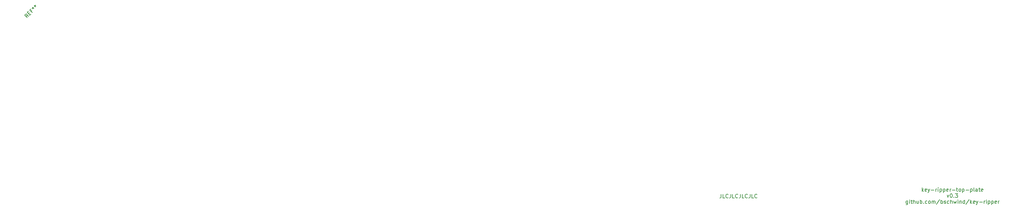
<source format=gto>
G04 #@! TF.GenerationSoftware,KiCad,Pcbnew,(7.0.0-0)*
G04 #@! TF.CreationDate,2023-04-23T21:56:02+09:00*
G04 #@! TF.ProjectId,top-plate,746f702d-706c-4617-9465-2e6b69636164,rev?*
G04 #@! TF.SameCoordinates,Original*
G04 #@! TF.FileFunction,Legend,Top*
G04 #@! TF.FilePolarity,Positive*
%FSLAX46Y46*%
G04 Gerber Fmt 4.6, Leading zero omitted, Abs format (unit mm)*
G04 Created by KiCad (PCBNEW (7.0.0-0)) date 2023-04-23 21:56:02*
%MOMM*%
%LPD*%
G01*
G04 APERTURE LIST*
%ADD10C,0.150000*%
%ADD11C,2.200000*%
G04 APERTURE END LIST*
D10*
X177704761Y-113847380D02*
X177704761Y-112847380D01*
X177799999Y-113466428D02*
X178085713Y-113847380D01*
X178085713Y-113180714D02*
X177704761Y-113561666D01*
X178895237Y-113799761D02*
X178799999Y-113847380D01*
X178799999Y-113847380D02*
X178609523Y-113847380D01*
X178609523Y-113847380D02*
X178514285Y-113799761D01*
X178514285Y-113799761D02*
X178466666Y-113704523D01*
X178466666Y-113704523D02*
X178466666Y-113323571D01*
X178466666Y-113323571D02*
X178514285Y-113228333D01*
X178514285Y-113228333D02*
X178609523Y-113180714D01*
X178609523Y-113180714D02*
X178799999Y-113180714D01*
X178799999Y-113180714D02*
X178895237Y-113228333D01*
X178895237Y-113228333D02*
X178942856Y-113323571D01*
X178942856Y-113323571D02*
X178942856Y-113418809D01*
X178942856Y-113418809D02*
X178466666Y-113514047D01*
X179276190Y-113180714D02*
X179514285Y-113847380D01*
X179752380Y-113180714D02*
X179514285Y-113847380D01*
X179514285Y-113847380D02*
X179419047Y-114085476D01*
X179419047Y-114085476D02*
X179371428Y-114133095D01*
X179371428Y-114133095D02*
X179276190Y-114180714D01*
X180133333Y-113466428D02*
X180895238Y-113466428D01*
X181371428Y-113847380D02*
X181371428Y-113180714D01*
X181371428Y-113371190D02*
X181419047Y-113275952D01*
X181419047Y-113275952D02*
X181466666Y-113228333D01*
X181466666Y-113228333D02*
X181561904Y-113180714D01*
X181561904Y-113180714D02*
X181657142Y-113180714D01*
X181990476Y-113847380D02*
X181990476Y-113180714D01*
X181990476Y-112847380D02*
X181942857Y-112895000D01*
X181942857Y-112895000D02*
X181990476Y-112942619D01*
X181990476Y-112942619D02*
X182038095Y-112895000D01*
X182038095Y-112895000D02*
X181990476Y-112847380D01*
X181990476Y-112847380D02*
X181990476Y-112942619D01*
X182466666Y-113180714D02*
X182466666Y-114180714D01*
X182466666Y-113228333D02*
X182561904Y-113180714D01*
X182561904Y-113180714D02*
X182752380Y-113180714D01*
X182752380Y-113180714D02*
X182847618Y-113228333D01*
X182847618Y-113228333D02*
X182895237Y-113275952D01*
X182895237Y-113275952D02*
X182942856Y-113371190D01*
X182942856Y-113371190D02*
X182942856Y-113656904D01*
X182942856Y-113656904D02*
X182895237Y-113752142D01*
X182895237Y-113752142D02*
X182847618Y-113799761D01*
X182847618Y-113799761D02*
X182752380Y-113847380D01*
X182752380Y-113847380D02*
X182561904Y-113847380D01*
X182561904Y-113847380D02*
X182466666Y-113799761D01*
X183371428Y-113180714D02*
X183371428Y-114180714D01*
X183371428Y-113228333D02*
X183466666Y-113180714D01*
X183466666Y-113180714D02*
X183657142Y-113180714D01*
X183657142Y-113180714D02*
X183752380Y-113228333D01*
X183752380Y-113228333D02*
X183799999Y-113275952D01*
X183799999Y-113275952D02*
X183847618Y-113371190D01*
X183847618Y-113371190D02*
X183847618Y-113656904D01*
X183847618Y-113656904D02*
X183799999Y-113752142D01*
X183799999Y-113752142D02*
X183752380Y-113799761D01*
X183752380Y-113799761D02*
X183657142Y-113847380D01*
X183657142Y-113847380D02*
X183466666Y-113847380D01*
X183466666Y-113847380D02*
X183371428Y-113799761D01*
X184657142Y-113799761D02*
X184561904Y-113847380D01*
X184561904Y-113847380D02*
X184371428Y-113847380D01*
X184371428Y-113847380D02*
X184276190Y-113799761D01*
X184276190Y-113799761D02*
X184228571Y-113704523D01*
X184228571Y-113704523D02*
X184228571Y-113323571D01*
X184228571Y-113323571D02*
X184276190Y-113228333D01*
X184276190Y-113228333D02*
X184371428Y-113180714D01*
X184371428Y-113180714D02*
X184561904Y-113180714D01*
X184561904Y-113180714D02*
X184657142Y-113228333D01*
X184657142Y-113228333D02*
X184704761Y-113323571D01*
X184704761Y-113323571D02*
X184704761Y-113418809D01*
X184704761Y-113418809D02*
X184228571Y-113514047D01*
X185133333Y-113847380D02*
X185133333Y-113180714D01*
X185133333Y-113371190D02*
X185180952Y-113275952D01*
X185180952Y-113275952D02*
X185228571Y-113228333D01*
X185228571Y-113228333D02*
X185323809Y-113180714D01*
X185323809Y-113180714D02*
X185419047Y-113180714D01*
X185752381Y-113466428D02*
X186514286Y-113466428D01*
X186847619Y-113180714D02*
X187228571Y-113180714D01*
X186990476Y-112847380D02*
X186990476Y-113704523D01*
X186990476Y-113704523D02*
X187038095Y-113799761D01*
X187038095Y-113799761D02*
X187133333Y-113847380D01*
X187133333Y-113847380D02*
X187228571Y-113847380D01*
X187704762Y-113847380D02*
X187609524Y-113799761D01*
X187609524Y-113799761D02*
X187561905Y-113752142D01*
X187561905Y-113752142D02*
X187514286Y-113656904D01*
X187514286Y-113656904D02*
X187514286Y-113371190D01*
X187514286Y-113371190D02*
X187561905Y-113275952D01*
X187561905Y-113275952D02*
X187609524Y-113228333D01*
X187609524Y-113228333D02*
X187704762Y-113180714D01*
X187704762Y-113180714D02*
X187847619Y-113180714D01*
X187847619Y-113180714D02*
X187942857Y-113228333D01*
X187942857Y-113228333D02*
X187990476Y-113275952D01*
X187990476Y-113275952D02*
X188038095Y-113371190D01*
X188038095Y-113371190D02*
X188038095Y-113656904D01*
X188038095Y-113656904D02*
X187990476Y-113752142D01*
X187990476Y-113752142D02*
X187942857Y-113799761D01*
X187942857Y-113799761D02*
X187847619Y-113847380D01*
X187847619Y-113847380D02*
X187704762Y-113847380D01*
X188466667Y-113180714D02*
X188466667Y-114180714D01*
X188466667Y-113228333D02*
X188561905Y-113180714D01*
X188561905Y-113180714D02*
X188752381Y-113180714D01*
X188752381Y-113180714D02*
X188847619Y-113228333D01*
X188847619Y-113228333D02*
X188895238Y-113275952D01*
X188895238Y-113275952D02*
X188942857Y-113371190D01*
X188942857Y-113371190D02*
X188942857Y-113656904D01*
X188942857Y-113656904D02*
X188895238Y-113752142D01*
X188895238Y-113752142D02*
X188847619Y-113799761D01*
X188847619Y-113799761D02*
X188752381Y-113847380D01*
X188752381Y-113847380D02*
X188561905Y-113847380D01*
X188561905Y-113847380D02*
X188466667Y-113799761D01*
X189371429Y-113466428D02*
X190133334Y-113466428D01*
X190609524Y-113180714D02*
X190609524Y-114180714D01*
X190609524Y-113228333D02*
X190704762Y-113180714D01*
X190704762Y-113180714D02*
X190895238Y-113180714D01*
X190895238Y-113180714D02*
X190990476Y-113228333D01*
X190990476Y-113228333D02*
X191038095Y-113275952D01*
X191038095Y-113275952D02*
X191085714Y-113371190D01*
X191085714Y-113371190D02*
X191085714Y-113656904D01*
X191085714Y-113656904D02*
X191038095Y-113752142D01*
X191038095Y-113752142D02*
X190990476Y-113799761D01*
X190990476Y-113799761D02*
X190895238Y-113847380D01*
X190895238Y-113847380D02*
X190704762Y-113847380D01*
X190704762Y-113847380D02*
X190609524Y-113799761D01*
X191657143Y-113847380D02*
X191561905Y-113799761D01*
X191561905Y-113799761D02*
X191514286Y-113704523D01*
X191514286Y-113704523D02*
X191514286Y-112847380D01*
X192466667Y-113847380D02*
X192466667Y-113323571D01*
X192466667Y-113323571D02*
X192419048Y-113228333D01*
X192419048Y-113228333D02*
X192323810Y-113180714D01*
X192323810Y-113180714D02*
X192133334Y-113180714D01*
X192133334Y-113180714D02*
X192038096Y-113228333D01*
X192466667Y-113799761D02*
X192371429Y-113847380D01*
X192371429Y-113847380D02*
X192133334Y-113847380D01*
X192133334Y-113847380D02*
X192038096Y-113799761D01*
X192038096Y-113799761D02*
X191990477Y-113704523D01*
X191990477Y-113704523D02*
X191990477Y-113609285D01*
X191990477Y-113609285D02*
X192038096Y-113514047D01*
X192038096Y-113514047D02*
X192133334Y-113466428D01*
X192133334Y-113466428D02*
X192371429Y-113466428D01*
X192371429Y-113466428D02*
X192466667Y-113418809D01*
X192800001Y-113180714D02*
X193180953Y-113180714D01*
X192942858Y-112847380D02*
X192942858Y-113704523D01*
X192942858Y-113704523D02*
X192990477Y-113799761D01*
X192990477Y-113799761D02*
X193085715Y-113847380D01*
X193085715Y-113847380D02*
X193180953Y-113847380D01*
X193895239Y-113799761D02*
X193800001Y-113847380D01*
X193800001Y-113847380D02*
X193609525Y-113847380D01*
X193609525Y-113847380D02*
X193514287Y-113799761D01*
X193514287Y-113799761D02*
X193466668Y-113704523D01*
X193466668Y-113704523D02*
X193466668Y-113323571D01*
X193466668Y-113323571D02*
X193514287Y-113228333D01*
X193514287Y-113228333D02*
X193609525Y-113180714D01*
X193609525Y-113180714D02*
X193800001Y-113180714D01*
X193800001Y-113180714D02*
X193895239Y-113228333D01*
X193895239Y-113228333D02*
X193942858Y-113323571D01*
X193942858Y-113323571D02*
X193942858Y-113418809D01*
X193942858Y-113418809D02*
X193466668Y-113514047D01*
X184371429Y-114800714D02*
X184609524Y-115467380D01*
X184609524Y-115467380D02*
X184847619Y-114800714D01*
X185419048Y-114467380D02*
X185514286Y-114467380D01*
X185514286Y-114467380D02*
X185609524Y-114515000D01*
X185609524Y-114515000D02*
X185657143Y-114562619D01*
X185657143Y-114562619D02*
X185704762Y-114657857D01*
X185704762Y-114657857D02*
X185752381Y-114848333D01*
X185752381Y-114848333D02*
X185752381Y-115086428D01*
X185752381Y-115086428D02*
X185704762Y-115276904D01*
X185704762Y-115276904D02*
X185657143Y-115372142D01*
X185657143Y-115372142D02*
X185609524Y-115419761D01*
X185609524Y-115419761D02*
X185514286Y-115467380D01*
X185514286Y-115467380D02*
X185419048Y-115467380D01*
X185419048Y-115467380D02*
X185323810Y-115419761D01*
X185323810Y-115419761D02*
X185276191Y-115372142D01*
X185276191Y-115372142D02*
X185228572Y-115276904D01*
X185228572Y-115276904D02*
X185180953Y-115086428D01*
X185180953Y-115086428D02*
X185180953Y-114848333D01*
X185180953Y-114848333D02*
X185228572Y-114657857D01*
X185228572Y-114657857D02*
X185276191Y-114562619D01*
X185276191Y-114562619D02*
X185323810Y-114515000D01*
X185323810Y-114515000D02*
X185419048Y-114467380D01*
X186180953Y-115372142D02*
X186228572Y-115419761D01*
X186228572Y-115419761D02*
X186180953Y-115467380D01*
X186180953Y-115467380D02*
X186133334Y-115419761D01*
X186133334Y-115419761D02*
X186180953Y-115372142D01*
X186180953Y-115372142D02*
X186180953Y-115467380D01*
X186561905Y-114467380D02*
X187180952Y-114467380D01*
X187180952Y-114467380D02*
X186847619Y-114848333D01*
X186847619Y-114848333D02*
X186990476Y-114848333D01*
X186990476Y-114848333D02*
X187085714Y-114895952D01*
X187085714Y-114895952D02*
X187133333Y-114943571D01*
X187133333Y-114943571D02*
X187180952Y-115038809D01*
X187180952Y-115038809D02*
X187180952Y-115276904D01*
X187180952Y-115276904D02*
X187133333Y-115372142D01*
X187133333Y-115372142D02*
X187085714Y-115419761D01*
X187085714Y-115419761D02*
X186990476Y-115467380D01*
X186990476Y-115467380D02*
X186704762Y-115467380D01*
X186704762Y-115467380D02*
X186609524Y-115419761D01*
X186609524Y-115419761D02*
X186561905Y-115372142D01*
X173871428Y-116420714D02*
X173871428Y-117230238D01*
X173871428Y-117230238D02*
X173823809Y-117325476D01*
X173823809Y-117325476D02*
X173776190Y-117373095D01*
X173776190Y-117373095D02*
X173680952Y-117420714D01*
X173680952Y-117420714D02*
X173538095Y-117420714D01*
X173538095Y-117420714D02*
X173442857Y-117373095D01*
X173871428Y-117039761D02*
X173776190Y-117087380D01*
X173776190Y-117087380D02*
X173585714Y-117087380D01*
X173585714Y-117087380D02*
X173490476Y-117039761D01*
X173490476Y-117039761D02*
X173442857Y-116992142D01*
X173442857Y-116992142D02*
X173395238Y-116896904D01*
X173395238Y-116896904D02*
X173395238Y-116611190D01*
X173395238Y-116611190D02*
X173442857Y-116515952D01*
X173442857Y-116515952D02*
X173490476Y-116468333D01*
X173490476Y-116468333D02*
X173585714Y-116420714D01*
X173585714Y-116420714D02*
X173776190Y-116420714D01*
X173776190Y-116420714D02*
X173871428Y-116468333D01*
X174347619Y-117087380D02*
X174347619Y-116420714D01*
X174347619Y-116087380D02*
X174300000Y-116135000D01*
X174300000Y-116135000D02*
X174347619Y-116182619D01*
X174347619Y-116182619D02*
X174395238Y-116135000D01*
X174395238Y-116135000D02*
X174347619Y-116087380D01*
X174347619Y-116087380D02*
X174347619Y-116182619D01*
X174680952Y-116420714D02*
X175061904Y-116420714D01*
X174823809Y-116087380D02*
X174823809Y-116944523D01*
X174823809Y-116944523D02*
X174871428Y-117039761D01*
X174871428Y-117039761D02*
X174966666Y-117087380D01*
X174966666Y-117087380D02*
X175061904Y-117087380D01*
X175395238Y-117087380D02*
X175395238Y-116087380D01*
X175823809Y-117087380D02*
X175823809Y-116563571D01*
X175823809Y-116563571D02*
X175776190Y-116468333D01*
X175776190Y-116468333D02*
X175680952Y-116420714D01*
X175680952Y-116420714D02*
X175538095Y-116420714D01*
X175538095Y-116420714D02*
X175442857Y-116468333D01*
X175442857Y-116468333D02*
X175395238Y-116515952D01*
X176728571Y-116420714D02*
X176728571Y-117087380D01*
X176300000Y-116420714D02*
X176300000Y-116944523D01*
X176300000Y-116944523D02*
X176347619Y-117039761D01*
X176347619Y-117039761D02*
X176442857Y-117087380D01*
X176442857Y-117087380D02*
X176585714Y-117087380D01*
X176585714Y-117087380D02*
X176680952Y-117039761D01*
X176680952Y-117039761D02*
X176728571Y-116992142D01*
X177204762Y-117087380D02*
X177204762Y-116087380D01*
X177204762Y-116468333D02*
X177300000Y-116420714D01*
X177300000Y-116420714D02*
X177490476Y-116420714D01*
X177490476Y-116420714D02*
X177585714Y-116468333D01*
X177585714Y-116468333D02*
X177633333Y-116515952D01*
X177633333Y-116515952D02*
X177680952Y-116611190D01*
X177680952Y-116611190D02*
X177680952Y-116896904D01*
X177680952Y-116896904D02*
X177633333Y-116992142D01*
X177633333Y-116992142D02*
X177585714Y-117039761D01*
X177585714Y-117039761D02*
X177490476Y-117087380D01*
X177490476Y-117087380D02*
X177300000Y-117087380D01*
X177300000Y-117087380D02*
X177204762Y-117039761D01*
X178109524Y-116992142D02*
X178157143Y-117039761D01*
X178157143Y-117039761D02*
X178109524Y-117087380D01*
X178109524Y-117087380D02*
X178061905Y-117039761D01*
X178061905Y-117039761D02*
X178109524Y-116992142D01*
X178109524Y-116992142D02*
X178109524Y-117087380D01*
X179014285Y-117039761D02*
X178919047Y-117087380D01*
X178919047Y-117087380D02*
X178728571Y-117087380D01*
X178728571Y-117087380D02*
X178633333Y-117039761D01*
X178633333Y-117039761D02*
X178585714Y-116992142D01*
X178585714Y-116992142D02*
X178538095Y-116896904D01*
X178538095Y-116896904D02*
X178538095Y-116611190D01*
X178538095Y-116611190D02*
X178585714Y-116515952D01*
X178585714Y-116515952D02*
X178633333Y-116468333D01*
X178633333Y-116468333D02*
X178728571Y-116420714D01*
X178728571Y-116420714D02*
X178919047Y-116420714D01*
X178919047Y-116420714D02*
X179014285Y-116468333D01*
X179585714Y-117087380D02*
X179490476Y-117039761D01*
X179490476Y-117039761D02*
X179442857Y-116992142D01*
X179442857Y-116992142D02*
X179395238Y-116896904D01*
X179395238Y-116896904D02*
X179395238Y-116611190D01*
X179395238Y-116611190D02*
X179442857Y-116515952D01*
X179442857Y-116515952D02*
X179490476Y-116468333D01*
X179490476Y-116468333D02*
X179585714Y-116420714D01*
X179585714Y-116420714D02*
X179728571Y-116420714D01*
X179728571Y-116420714D02*
X179823809Y-116468333D01*
X179823809Y-116468333D02*
X179871428Y-116515952D01*
X179871428Y-116515952D02*
X179919047Y-116611190D01*
X179919047Y-116611190D02*
X179919047Y-116896904D01*
X179919047Y-116896904D02*
X179871428Y-116992142D01*
X179871428Y-116992142D02*
X179823809Y-117039761D01*
X179823809Y-117039761D02*
X179728571Y-117087380D01*
X179728571Y-117087380D02*
X179585714Y-117087380D01*
X180347619Y-117087380D02*
X180347619Y-116420714D01*
X180347619Y-116515952D02*
X180395238Y-116468333D01*
X180395238Y-116468333D02*
X180490476Y-116420714D01*
X180490476Y-116420714D02*
X180633333Y-116420714D01*
X180633333Y-116420714D02*
X180728571Y-116468333D01*
X180728571Y-116468333D02*
X180776190Y-116563571D01*
X180776190Y-116563571D02*
X180776190Y-117087380D01*
X180776190Y-116563571D02*
X180823809Y-116468333D01*
X180823809Y-116468333D02*
X180919047Y-116420714D01*
X180919047Y-116420714D02*
X181061904Y-116420714D01*
X181061904Y-116420714D02*
X181157143Y-116468333D01*
X181157143Y-116468333D02*
X181204762Y-116563571D01*
X181204762Y-116563571D02*
X181204762Y-117087380D01*
X182395237Y-116039761D02*
X181538095Y-117325476D01*
X182728571Y-117087380D02*
X182728571Y-116087380D01*
X182728571Y-116468333D02*
X182823809Y-116420714D01*
X182823809Y-116420714D02*
X183014285Y-116420714D01*
X183014285Y-116420714D02*
X183109523Y-116468333D01*
X183109523Y-116468333D02*
X183157142Y-116515952D01*
X183157142Y-116515952D02*
X183204761Y-116611190D01*
X183204761Y-116611190D02*
X183204761Y-116896904D01*
X183204761Y-116896904D02*
X183157142Y-116992142D01*
X183157142Y-116992142D02*
X183109523Y-117039761D01*
X183109523Y-117039761D02*
X183014285Y-117087380D01*
X183014285Y-117087380D02*
X182823809Y-117087380D01*
X182823809Y-117087380D02*
X182728571Y-117039761D01*
X183585714Y-117039761D02*
X183680952Y-117087380D01*
X183680952Y-117087380D02*
X183871428Y-117087380D01*
X183871428Y-117087380D02*
X183966666Y-117039761D01*
X183966666Y-117039761D02*
X184014285Y-116944523D01*
X184014285Y-116944523D02*
X184014285Y-116896904D01*
X184014285Y-116896904D02*
X183966666Y-116801666D01*
X183966666Y-116801666D02*
X183871428Y-116754047D01*
X183871428Y-116754047D02*
X183728571Y-116754047D01*
X183728571Y-116754047D02*
X183633333Y-116706428D01*
X183633333Y-116706428D02*
X183585714Y-116611190D01*
X183585714Y-116611190D02*
X183585714Y-116563571D01*
X183585714Y-116563571D02*
X183633333Y-116468333D01*
X183633333Y-116468333D02*
X183728571Y-116420714D01*
X183728571Y-116420714D02*
X183871428Y-116420714D01*
X183871428Y-116420714D02*
X183966666Y-116468333D01*
X184871428Y-117039761D02*
X184776190Y-117087380D01*
X184776190Y-117087380D02*
X184585714Y-117087380D01*
X184585714Y-117087380D02*
X184490476Y-117039761D01*
X184490476Y-117039761D02*
X184442857Y-116992142D01*
X184442857Y-116992142D02*
X184395238Y-116896904D01*
X184395238Y-116896904D02*
X184395238Y-116611190D01*
X184395238Y-116611190D02*
X184442857Y-116515952D01*
X184442857Y-116515952D02*
X184490476Y-116468333D01*
X184490476Y-116468333D02*
X184585714Y-116420714D01*
X184585714Y-116420714D02*
X184776190Y-116420714D01*
X184776190Y-116420714D02*
X184871428Y-116468333D01*
X185300000Y-117087380D02*
X185300000Y-116087380D01*
X185728571Y-117087380D02*
X185728571Y-116563571D01*
X185728571Y-116563571D02*
X185680952Y-116468333D01*
X185680952Y-116468333D02*
X185585714Y-116420714D01*
X185585714Y-116420714D02*
X185442857Y-116420714D01*
X185442857Y-116420714D02*
X185347619Y-116468333D01*
X185347619Y-116468333D02*
X185300000Y-116515952D01*
X186109524Y-116420714D02*
X186300000Y-117087380D01*
X186300000Y-117087380D02*
X186490476Y-116611190D01*
X186490476Y-116611190D02*
X186680952Y-117087380D01*
X186680952Y-117087380D02*
X186871428Y-116420714D01*
X187252381Y-117087380D02*
X187252381Y-116420714D01*
X187252381Y-116087380D02*
X187204762Y-116135000D01*
X187204762Y-116135000D02*
X187252381Y-116182619D01*
X187252381Y-116182619D02*
X187300000Y-116135000D01*
X187300000Y-116135000D02*
X187252381Y-116087380D01*
X187252381Y-116087380D02*
X187252381Y-116182619D01*
X187728571Y-116420714D02*
X187728571Y-117087380D01*
X187728571Y-116515952D02*
X187776190Y-116468333D01*
X187776190Y-116468333D02*
X187871428Y-116420714D01*
X187871428Y-116420714D02*
X188014285Y-116420714D01*
X188014285Y-116420714D02*
X188109523Y-116468333D01*
X188109523Y-116468333D02*
X188157142Y-116563571D01*
X188157142Y-116563571D02*
X188157142Y-117087380D01*
X189061904Y-117087380D02*
X189061904Y-116087380D01*
X189061904Y-117039761D02*
X188966666Y-117087380D01*
X188966666Y-117087380D02*
X188776190Y-117087380D01*
X188776190Y-117087380D02*
X188680952Y-117039761D01*
X188680952Y-117039761D02*
X188633333Y-116992142D01*
X188633333Y-116992142D02*
X188585714Y-116896904D01*
X188585714Y-116896904D02*
X188585714Y-116611190D01*
X188585714Y-116611190D02*
X188633333Y-116515952D01*
X188633333Y-116515952D02*
X188680952Y-116468333D01*
X188680952Y-116468333D02*
X188776190Y-116420714D01*
X188776190Y-116420714D02*
X188966666Y-116420714D01*
X188966666Y-116420714D02*
X189061904Y-116468333D01*
X190252380Y-116039761D02*
X189395238Y-117325476D01*
X190585714Y-117087380D02*
X190585714Y-116087380D01*
X190680952Y-116706428D02*
X190966666Y-117087380D01*
X190966666Y-116420714D02*
X190585714Y-116801666D01*
X191776190Y-117039761D02*
X191680952Y-117087380D01*
X191680952Y-117087380D02*
X191490476Y-117087380D01*
X191490476Y-117087380D02*
X191395238Y-117039761D01*
X191395238Y-117039761D02*
X191347619Y-116944523D01*
X191347619Y-116944523D02*
X191347619Y-116563571D01*
X191347619Y-116563571D02*
X191395238Y-116468333D01*
X191395238Y-116468333D02*
X191490476Y-116420714D01*
X191490476Y-116420714D02*
X191680952Y-116420714D01*
X191680952Y-116420714D02*
X191776190Y-116468333D01*
X191776190Y-116468333D02*
X191823809Y-116563571D01*
X191823809Y-116563571D02*
X191823809Y-116658809D01*
X191823809Y-116658809D02*
X191347619Y-116754047D01*
X192157143Y-116420714D02*
X192395238Y-117087380D01*
X192633333Y-116420714D02*
X192395238Y-117087380D01*
X192395238Y-117087380D02*
X192300000Y-117325476D01*
X192300000Y-117325476D02*
X192252381Y-117373095D01*
X192252381Y-117373095D02*
X192157143Y-117420714D01*
X193014286Y-116706428D02*
X193776191Y-116706428D01*
X194252381Y-117087380D02*
X194252381Y-116420714D01*
X194252381Y-116611190D02*
X194300000Y-116515952D01*
X194300000Y-116515952D02*
X194347619Y-116468333D01*
X194347619Y-116468333D02*
X194442857Y-116420714D01*
X194442857Y-116420714D02*
X194538095Y-116420714D01*
X194871429Y-117087380D02*
X194871429Y-116420714D01*
X194871429Y-116087380D02*
X194823810Y-116135000D01*
X194823810Y-116135000D02*
X194871429Y-116182619D01*
X194871429Y-116182619D02*
X194919048Y-116135000D01*
X194919048Y-116135000D02*
X194871429Y-116087380D01*
X194871429Y-116087380D02*
X194871429Y-116182619D01*
X195347619Y-116420714D02*
X195347619Y-117420714D01*
X195347619Y-116468333D02*
X195442857Y-116420714D01*
X195442857Y-116420714D02*
X195633333Y-116420714D01*
X195633333Y-116420714D02*
X195728571Y-116468333D01*
X195728571Y-116468333D02*
X195776190Y-116515952D01*
X195776190Y-116515952D02*
X195823809Y-116611190D01*
X195823809Y-116611190D02*
X195823809Y-116896904D01*
X195823809Y-116896904D02*
X195776190Y-116992142D01*
X195776190Y-116992142D02*
X195728571Y-117039761D01*
X195728571Y-117039761D02*
X195633333Y-117087380D01*
X195633333Y-117087380D02*
X195442857Y-117087380D01*
X195442857Y-117087380D02*
X195347619Y-117039761D01*
X196252381Y-116420714D02*
X196252381Y-117420714D01*
X196252381Y-116468333D02*
X196347619Y-116420714D01*
X196347619Y-116420714D02*
X196538095Y-116420714D01*
X196538095Y-116420714D02*
X196633333Y-116468333D01*
X196633333Y-116468333D02*
X196680952Y-116515952D01*
X196680952Y-116515952D02*
X196728571Y-116611190D01*
X196728571Y-116611190D02*
X196728571Y-116896904D01*
X196728571Y-116896904D02*
X196680952Y-116992142D01*
X196680952Y-116992142D02*
X196633333Y-117039761D01*
X196633333Y-117039761D02*
X196538095Y-117087380D01*
X196538095Y-117087380D02*
X196347619Y-117087380D01*
X196347619Y-117087380D02*
X196252381Y-117039761D01*
X197538095Y-117039761D02*
X197442857Y-117087380D01*
X197442857Y-117087380D02*
X197252381Y-117087380D01*
X197252381Y-117087380D02*
X197157143Y-117039761D01*
X197157143Y-117039761D02*
X197109524Y-116944523D01*
X197109524Y-116944523D02*
X197109524Y-116563571D01*
X197109524Y-116563571D02*
X197157143Y-116468333D01*
X197157143Y-116468333D02*
X197252381Y-116420714D01*
X197252381Y-116420714D02*
X197442857Y-116420714D01*
X197442857Y-116420714D02*
X197538095Y-116468333D01*
X197538095Y-116468333D02*
X197585714Y-116563571D01*
X197585714Y-116563571D02*
X197585714Y-116658809D01*
X197585714Y-116658809D02*
X197109524Y-116754047D01*
X198014286Y-117087380D02*
X198014286Y-116420714D01*
X198014286Y-116611190D02*
X198061905Y-116515952D01*
X198061905Y-116515952D02*
X198109524Y-116468333D01*
X198109524Y-116468333D02*
X198204762Y-116420714D01*
X198204762Y-116420714D02*
X198300000Y-116420714D01*
X124080951Y-114586180D02*
X124080951Y-115300466D01*
X124080951Y-115300466D02*
X124033332Y-115443323D01*
X124033332Y-115443323D02*
X123938094Y-115538561D01*
X123938094Y-115538561D02*
X123795237Y-115586180D01*
X123795237Y-115586180D02*
X123699999Y-115586180D01*
X125033332Y-115586180D02*
X124557142Y-115586180D01*
X124557142Y-115586180D02*
X124557142Y-114586180D01*
X125938094Y-115490942D02*
X125890475Y-115538561D01*
X125890475Y-115538561D02*
X125747618Y-115586180D01*
X125747618Y-115586180D02*
X125652380Y-115586180D01*
X125652380Y-115586180D02*
X125509523Y-115538561D01*
X125509523Y-115538561D02*
X125414285Y-115443323D01*
X125414285Y-115443323D02*
X125366666Y-115348085D01*
X125366666Y-115348085D02*
X125319047Y-115157609D01*
X125319047Y-115157609D02*
X125319047Y-115014752D01*
X125319047Y-115014752D02*
X125366666Y-114824276D01*
X125366666Y-114824276D02*
X125414285Y-114729038D01*
X125414285Y-114729038D02*
X125509523Y-114633800D01*
X125509523Y-114633800D02*
X125652380Y-114586180D01*
X125652380Y-114586180D02*
X125747618Y-114586180D01*
X125747618Y-114586180D02*
X125890475Y-114633800D01*
X125890475Y-114633800D02*
X125938094Y-114681419D01*
X126652380Y-114586180D02*
X126652380Y-115300466D01*
X126652380Y-115300466D02*
X126604761Y-115443323D01*
X126604761Y-115443323D02*
X126509523Y-115538561D01*
X126509523Y-115538561D02*
X126366666Y-115586180D01*
X126366666Y-115586180D02*
X126271428Y-115586180D01*
X127604761Y-115586180D02*
X127128571Y-115586180D01*
X127128571Y-115586180D02*
X127128571Y-114586180D01*
X128509523Y-115490942D02*
X128461904Y-115538561D01*
X128461904Y-115538561D02*
X128319047Y-115586180D01*
X128319047Y-115586180D02*
X128223809Y-115586180D01*
X128223809Y-115586180D02*
X128080952Y-115538561D01*
X128080952Y-115538561D02*
X127985714Y-115443323D01*
X127985714Y-115443323D02*
X127938095Y-115348085D01*
X127938095Y-115348085D02*
X127890476Y-115157609D01*
X127890476Y-115157609D02*
X127890476Y-115014752D01*
X127890476Y-115014752D02*
X127938095Y-114824276D01*
X127938095Y-114824276D02*
X127985714Y-114729038D01*
X127985714Y-114729038D02*
X128080952Y-114633800D01*
X128080952Y-114633800D02*
X128223809Y-114586180D01*
X128223809Y-114586180D02*
X128319047Y-114586180D01*
X128319047Y-114586180D02*
X128461904Y-114633800D01*
X128461904Y-114633800D02*
X128509523Y-114681419D01*
X129223809Y-114586180D02*
X129223809Y-115300466D01*
X129223809Y-115300466D02*
X129176190Y-115443323D01*
X129176190Y-115443323D02*
X129080952Y-115538561D01*
X129080952Y-115538561D02*
X128938095Y-115586180D01*
X128938095Y-115586180D02*
X128842857Y-115586180D01*
X130176190Y-115586180D02*
X129700000Y-115586180D01*
X129700000Y-115586180D02*
X129700000Y-114586180D01*
X131080952Y-115490942D02*
X131033333Y-115538561D01*
X131033333Y-115538561D02*
X130890476Y-115586180D01*
X130890476Y-115586180D02*
X130795238Y-115586180D01*
X130795238Y-115586180D02*
X130652381Y-115538561D01*
X130652381Y-115538561D02*
X130557143Y-115443323D01*
X130557143Y-115443323D02*
X130509524Y-115348085D01*
X130509524Y-115348085D02*
X130461905Y-115157609D01*
X130461905Y-115157609D02*
X130461905Y-115014752D01*
X130461905Y-115014752D02*
X130509524Y-114824276D01*
X130509524Y-114824276D02*
X130557143Y-114729038D01*
X130557143Y-114729038D02*
X130652381Y-114633800D01*
X130652381Y-114633800D02*
X130795238Y-114586180D01*
X130795238Y-114586180D02*
X130890476Y-114586180D01*
X130890476Y-114586180D02*
X131033333Y-114633800D01*
X131033333Y-114633800D02*
X131080952Y-114681419D01*
X131795238Y-114586180D02*
X131795238Y-115300466D01*
X131795238Y-115300466D02*
X131747619Y-115443323D01*
X131747619Y-115443323D02*
X131652381Y-115538561D01*
X131652381Y-115538561D02*
X131509524Y-115586180D01*
X131509524Y-115586180D02*
X131414286Y-115586180D01*
X132747619Y-115586180D02*
X132271429Y-115586180D01*
X132271429Y-115586180D02*
X132271429Y-114586180D01*
X133652381Y-115490942D02*
X133604762Y-115538561D01*
X133604762Y-115538561D02*
X133461905Y-115586180D01*
X133461905Y-115586180D02*
X133366667Y-115586180D01*
X133366667Y-115586180D02*
X133223810Y-115538561D01*
X133223810Y-115538561D02*
X133128572Y-115443323D01*
X133128572Y-115443323D02*
X133080953Y-115348085D01*
X133080953Y-115348085D02*
X133033334Y-115157609D01*
X133033334Y-115157609D02*
X133033334Y-115014752D01*
X133033334Y-115014752D02*
X133080953Y-114824276D01*
X133080953Y-114824276D02*
X133128572Y-114729038D01*
X133128572Y-114729038D02*
X133223810Y-114633800D01*
X133223810Y-114633800D02*
X133366667Y-114586180D01*
X133366667Y-114586180D02*
X133461905Y-114586180D01*
X133461905Y-114586180D02*
X133604762Y-114633800D01*
X133604762Y-114633800D02*
X133652381Y-114681419D01*
X-60707652Y-66877965D02*
X-61280072Y-66776950D01*
X-61111713Y-67282026D02*
X-61818820Y-66574919D01*
X-61818820Y-66574919D02*
X-61549446Y-66305545D01*
X-61549446Y-66305545D02*
X-61448430Y-66271873D01*
X-61448430Y-66271873D02*
X-61381087Y-66271873D01*
X-61381087Y-66271873D02*
X-61280072Y-66305545D01*
X-61280072Y-66305545D02*
X-61179056Y-66406560D01*
X-61179056Y-66406560D02*
X-61145385Y-66507576D01*
X-61145385Y-66507576D02*
X-61145385Y-66574919D01*
X-61145385Y-66574919D02*
X-61179056Y-66675934D01*
X-61179056Y-66675934D02*
X-61448430Y-66945309D01*
X-60774995Y-66204530D02*
X-60539293Y-65968828D01*
X-60067889Y-66238202D02*
X-60404606Y-66574919D01*
X-60404606Y-66574919D02*
X-61111713Y-65867812D01*
X-61111713Y-65867812D02*
X-60774995Y-65531095D01*
X-59899530Y-65329064D02*
X-60135232Y-65564767D01*
X-59764843Y-65935156D02*
X-60471950Y-65228049D01*
X-60471950Y-65228049D02*
X-60135232Y-64891332D01*
X-59764843Y-64520942D02*
X-59596484Y-64689301D01*
X-59832186Y-64790316D02*
X-59596484Y-64689301D01*
X-59596484Y-64689301D02*
X-59495469Y-64453599D01*
X-59562812Y-64925003D02*
X-59596484Y-64689301D01*
X-59596484Y-64689301D02*
X-59360782Y-64722973D01*
X-59226094Y-63982194D02*
X-59057736Y-64150553D01*
X-59293438Y-64251568D02*
X-59057736Y-64150553D01*
X-59057736Y-64150553D02*
X-58956720Y-63914851D01*
X-59024064Y-64386255D02*
X-59057736Y-64150553D01*
X-59057736Y-64150553D02*
X-58822033Y-64184225D01*
%LPC*%
D11*
X21550000Y-76200000D03*
X138125000Y-21550000D03*
X100000000Y-130850000D03*
X302300000Y-76200000D03*
X38100000Y-30300000D03*
X285700000Y-126400000D03*
X38100000Y-126400000D03*
X285700000Y-30300000D03*
X223800000Y-21550000D03*
X219100000Y-130850000D03*
M02*

</source>
